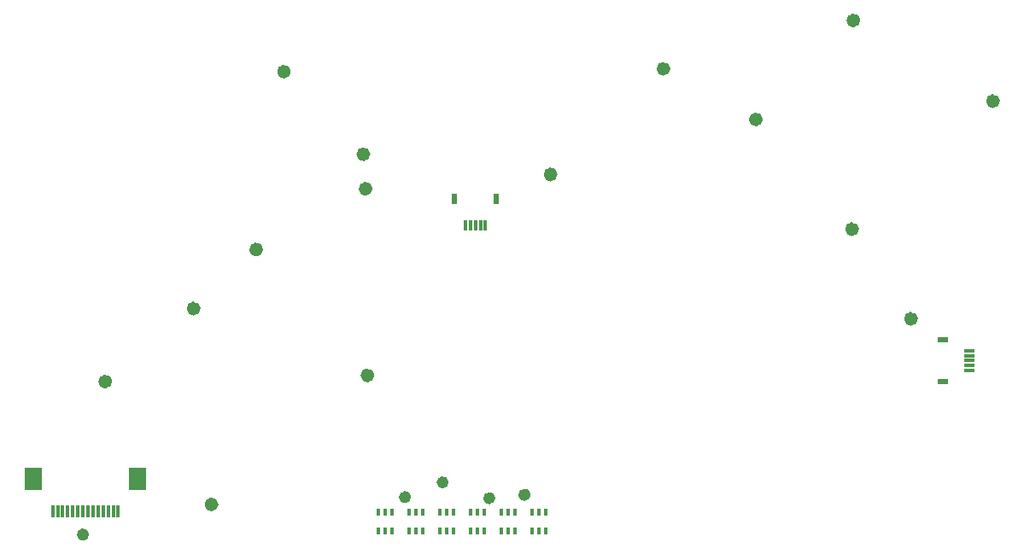
<source format=gbr>
G04 #@! TF.GenerationSoftware,KiCad,Pcbnew,7.0.6*
G04 #@! TF.CreationDate,2024-03-05T17:24:43-08:00*
G04 #@! TF.ProjectId,procon_button_board,70726f63-6f6e-45f6-9275-74746f6e5f62,rev?*
G04 #@! TF.SameCoordinates,Original*
G04 #@! TF.FileFunction,Soldermask,Bot*
G04 #@! TF.FilePolarity,Negative*
%FSLAX46Y46*%
G04 Gerber Fmt 4.6, Leading zero omitted, Abs format (unit mm)*
G04 Created by KiCad (PCBNEW 7.0.6) date 2024-03-05 17:24:43*
%MOMM*%
%LPD*%
G01*
G04 APERTURE LIST*
%ADD10C,0.700000*%
%ADD11C,0.605553*%
%ADD12C,0.624110*%
%ADD13C,0.619523*%
%ADD14C,0.622015*%
%ADD15C,0.604760*%
%ADD16R,0.400000X0.650000*%
%ADD17R,0.600000X1.000000*%
%ADD18R,0.300000X1.000000*%
%ADD19R,1.000000X0.600000*%
%ADD20R,1.000000X0.300000*%
%ADD21R,0.300000X1.300000*%
%ADD22R,1.800000X2.200000*%
G04 APERTURE END LIST*
D10*
X106776000Y-150368000D02*
G75*
G03*
X106776000Y-150368000I-350000J0D01*
G01*
X171275472Y-124363857D02*
G75*
G03*
X171275472Y-124363857I-350000J0D01*
G01*
X162122602Y-119345941D02*
G75*
G03*
X162122602Y-119345941I-350000J0D01*
G01*
D11*
X136445997Y-161827128D02*
G75*
G03*
X136445997Y-161827128I-302776J0D01*
G01*
D12*
X104539318Y-165543989D02*
G75*
G03*
X104539318Y-165543989I-312055J0D01*
G01*
D10*
X186659000Y-144145000D02*
G75*
G03*
X186659000Y-144145000I-350000J0D01*
G01*
X180944000Y-114554000D02*
G75*
G03*
X180944000Y-114554000I-350000J0D01*
G01*
X132766626Y-149752890D02*
G75*
G03*
X132766626Y-149752890I-350000J0D01*
G01*
X117312153Y-162558516D02*
G75*
G03*
X117312153Y-162558516I-350000J0D01*
G01*
X180817000Y-135255000D02*
G75*
G03*
X180817000Y-135255000I-350000J0D01*
G01*
X132584000Y-131254000D02*
G75*
G03*
X132584000Y-131254000I-350000J0D01*
G01*
X150924000Y-129834000D02*
G75*
G03*
X150924000Y-129834000I-350000J0D01*
G01*
D13*
X144804207Y-161939791D02*
G75*
G03*
X144804207Y-161939791I-309761J0D01*
G01*
D14*
X148295839Y-161597812D02*
G75*
G03*
X148295839Y-161597812I-311007J0D01*
G01*
D10*
X115539000Y-143129000D02*
G75*
G03*
X115539000Y-143129000I-350000J0D01*
G01*
X121735967Y-137278859D02*
G75*
G03*
X121735967Y-137278859I-350000J0D01*
G01*
X194787000Y-122555000D02*
G75*
G03*
X194787000Y-122555000I-350000J0D01*
G01*
X124494738Y-119634000D02*
G75*
G03*
X124494738Y-119634000I-350000J0D01*
G01*
D15*
X140181971Y-160364528D02*
G75*
G03*
X140181971Y-160364528I-302380J0D01*
G01*
D10*
X132374000Y-127824000D02*
G75*
G03*
X132374000Y-127824000I-350000J0D01*
G01*
D16*
X147024720Y-165209612D03*
X146374720Y-165209612D03*
X145724720Y-165209612D03*
X145724720Y-163309612D03*
X146374720Y-163309612D03*
X147024720Y-163309612D03*
X137880720Y-165209612D03*
X137230720Y-165209612D03*
X136580720Y-165209612D03*
X136580720Y-163309612D03*
X137230720Y-163309612D03*
X137880720Y-163309612D03*
X140928720Y-165209612D03*
X140278720Y-165209612D03*
X139628720Y-165209612D03*
X139628720Y-163309612D03*
X140278720Y-163309612D03*
X140928720Y-163309612D03*
D17*
X141033000Y-132246000D03*
X145213000Y-132246000D03*
D18*
X142123000Y-134896000D03*
X142623000Y-134896000D03*
X143123000Y-134896000D03*
X143623000Y-134896000D03*
X144123000Y-134896000D03*
D16*
X134832720Y-165209612D03*
X134182720Y-165209612D03*
X133532720Y-165209612D03*
X133532720Y-163309612D03*
X134182720Y-163309612D03*
X134832720Y-163309612D03*
X143976720Y-165209612D03*
X143326720Y-165209612D03*
X142676720Y-165209612D03*
X142676720Y-163309612D03*
X143326720Y-163309612D03*
X143976720Y-163309612D03*
X150072720Y-165209612D03*
X149422720Y-165209612D03*
X148772720Y-165209612D03*
X148772720Y-163309612D03*
X149422720Y-163309612D03*
X150072720Y-163309612D03*
D19*
X189469000Y-150384000D03*
X189469000Y-146204000D03*
D20*
X192119000Y-149294000D03*
X192119000Y-148794000D03*
X192119000Y-148294000D03*
X192119000Y-147794000D03*
X192119000Y-147294000D03*
D21*
X101214720Y-163251644D03*
X101714720Y-163251644D03*
X102214720Y-163251644D03*
X102714720Y-163251644D03*
X103214720Y-163251644D03*
X103714720Y-163251644D03*
X104214720Y-163251644D03*
X104714720Y-163251644D03*
X105214720Y-163251644D03*
X105714720Y-163251644D03*
X106214720Y-163251644D03*
X106714720Y-163251644D03*
X107214720Y-163251644D03*
X107714720Y-163251644D03*
D22*
X99314720Y-160001644D03*
X109614720Y-160001644D03*
M02*

</source>
